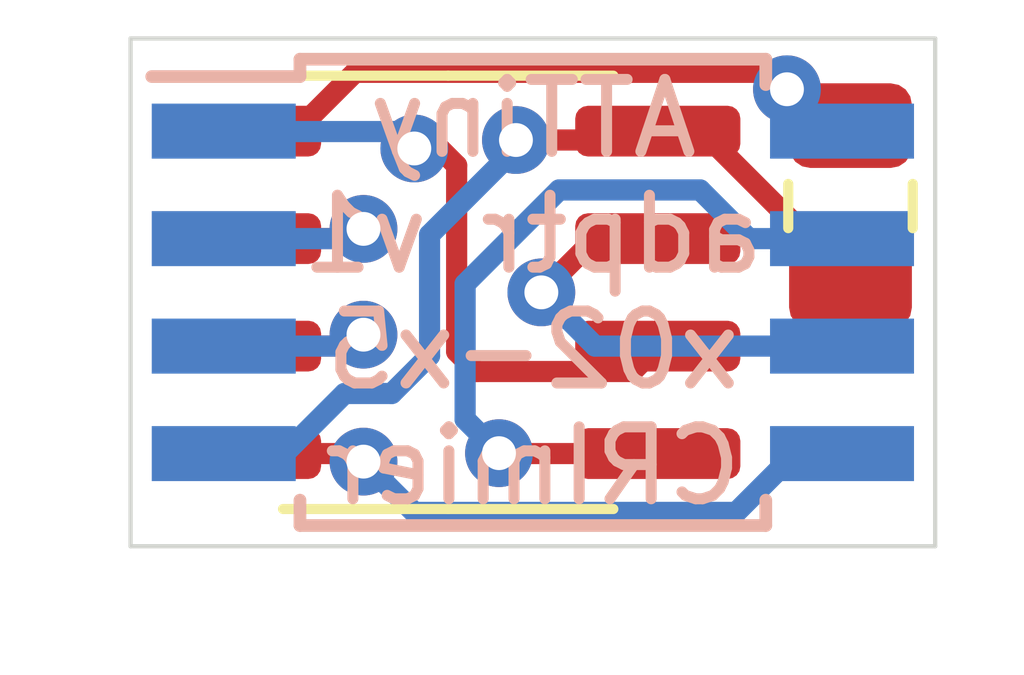
<source format=kicad_pcb>
(kicad_pcb (version 20171130) (host pcbnew 5.1.5+dfsg1-2build2)

  (general
    (thickness 1.6)
    (drawings 5)
    (tracks 63)
    (zones 0)
    (modules 3)
    (nets 9)
  )

  (page A4)
  (layers
    (0 F.Cu signal)
    (31 B.Cu signal)
    (32 B.Adhes user)
    (33 F.Adhes user)
    (34 B.Paste user)
    (35 F.Paste user)
    (36 B.SilkS user)
    (37 F.SilkS user)
    (38 B.Mask user)
    (39 F.Mask user)
    (40 Dwgs.User user)
    (41 Cmts.User user)
    (42 Eco1.User user)
    (43 Eco2.User user)
    (44 Edge.Cuts user)
    (45 Margin user)
    (46 B.CrtYd user)
    (47 F.CrtYd user)
    (48 B.Fab user)
    (49 F.Fab user)
  )

  (setup
    (last_trace_width 0.25)
    (user_trace_width 0.15)
    (trace_clearance 0.17)
    (zone_clearance 0.508)
    (zone_45_only no)
    (trace_min 0.15)
    (via_size 0.8)
    (via_drill 0.4)
    (via_min_size 0.4)
    (via_min_drill 0.3)
    (uvia_size 0.3)
    (uvia_drill 0.1)
    (uvias_allowed no)
    (uvia_min_size 0.2)
    (uvia_min_drill 0.1)
    (edge_width 0.05)
    (segment_width 0.2)
    (pcb_text_width 0.3)
    (pcb_text_size 1.5 1.5)
    (mod_edge_width 0.12)
    (mod_text_size 1 1)
    (mod_text_width 0.15)
    (pad_size 1.524 1.524)
    (pad_drill 0.762)
    (pad_to_mask_clearance 0.051)
    (solder_mask_min_width 0.25)
    (aux_axis_origin 154.75 97)
    (visible_elements FFFFFF7F)
    (pcbplotparams
      (layerselection 0x010fc_ffffffff)
      (usegerberextensions true)
      (usegerberattributes false)
      (usegerberadvancedattributes false)
      (creategerberjobfile false)
      (excludeedgelayer true)
      (linewidth 0.100000)
      (plotframeref false)
      (viasonmask false)
      (mode 1)
      (useauxorigin true)
      (hpglpennumber 1)
      (hpglpenspeed 20)
      (hpglpendiameter 15.000000)
      (psnegative false)
      (psa4output false)
      (plotreference false)
      (plotvalue false)
      (plotinvisibletext false)
      (padsonsilk false)
      (subtractmaskfromsilk true)
      (outputformat 1)
      (mirror false)
      (drillshape 0)
      (scaleselection 1)
      (outputdirectory "gerbers/"))
  )

  (net 0 "")
  (net 1 GND)
  (net 2 ~RESET)
  (net 3 VCC)
  (net 4 A0)
  (net 5 A1)
  (net 6 PWM)
  (net 7 SCL)
  (net 8 SDA)

  (net_class Default "This is the default net class."
    (clearance 0.17)
    (trace_width 0.25)
    (via_dia 0.8)
    (via_drill 0.4)
    (uvia_dia 0.3)
    (uvia_drill 0.1)
    (add_net A0)
    (add_net A1)
    (add_net GND)
    (add_net PWM)
    (add_net SCL)
    (add_net SDA)
    (add_net VCC)
    (add_net ~RESET)
  )

  (module Package_SO:SOIC-8_3.9x4.9mm_P1.27mm (layer F.Cu) (tedit 5D9F72B1) (tstamp 618B22A6)
    (at 149 100)
    (descr "SOIC, 8 Pin (JEDEC MS-012AA, https://www.analog.com/media/en/package-pcb-resources/package/pkg_pdf/soic_narrow-r/r_8.pdf), generated with kicad-footprint-generator ipc_gullwing_generator.py")
    (tags "SOIC SO")
    (path /618BB6C7)
    (attr smd)
    (fp_text reference U1 (at 0 -3.4) (layer F.SilkS) hide
      (effects (font (size 1 1) (thickness 0.15)))
    )
    (fp_text value ATtiny402-SS (at 0 3.4) (layer F.Fab)
      (effects (font (size 1 1) (thickness 0.15)))
    )
    (fp_text user %R (at 0 0) (layer F.Fab)
      (effects (font (size 0.98 0.98) (thickness 0.15)))
    )
    (fp_line (start 3.7 -2.7) (end -3.7 -2.7) (layer F.CrtYd) (width 0.05))
    (fp_line (start 3.7 2.7) (end 3.7 -2.7) (layer F.CrtYd) (width 0.05))
    (fp_line (start -3.7 2.7) (end 3.7 2.7) (layer F.CrtYd) (width 0.05))
    (fp_line (start -3.7 -2.7) (end -3.7 2.7) (layer F.CrtYd) (width 0.05))
    (fp_line (start -1.95 -1.475) (end -0.975 -2.45) (layer F.Fab) (width 0.1))
    (fp_line (start -1.95 2.45) (end -1.95 -1.475) (layer F.Fab) (width 0.1))
    (fp_line (start 1.95 2.45) (end -1.95 2.45) (layer F.Fab) (width 0.1))
    (fp_line (start 1.95 -2.45) (end 1.95 2.45) (layer F.Fab) (width 0.1))
    (fp_line (start -0.975 -2.45) (end 1.95 -2.45) (layer F.Fab) (width 0.1))
    (fp_line (start 0 -2.56) (end -3.45 -2.56) (layer F.SilkS) (width 0.12))
    (fp_line (start 0 -2.56) (end 1.95 -2.56) (layer F.SilkS) (width 0.12))
    (fp_line (start 0 2.56) (end -1.95 2.56) (layer F.SilkS) (width 0.12))
    (fp_line (start 0 2.56) (end 1.95 2.56) (layer F.SilkS) (width 0.12))
    (pad 8 smd roundrect (at 2.475 -1.905) (size 1.95 0.6) (layers F.Cu F.Paste F.Mask) (roundrect_rratio 0.25)
      (net 1 GND))
    (pad 7 smd roundrect (at 2.475 -0.635) (size 1.95 0.6) (layers F.Cu F.Paste F.Mask) (roundrect_rratio 0.25)
      (net 6 PWM))
    (pad 6 smd roundrect (at 2.475 0.635) (size 1.95 0.6) (layers F.Cu F.Paste F.Mask) (roundrect_rratio 0.25)
      (net 2 ~RESET))
    (pad 5 smd roundrect (at 2.475 1.905) (size 1.95 0.6) (layers F.Cu F.Paste F.Mask) (roundrect_rratio 0.25)
      (net 7 SCL))
    (pad 4 smd roundrect (at -2.475 1.905) (size 1.95 0.6) (layers F.Cu F.Paste F.Mask) (roundrect_rratio 0.25)
      (net 8 SDA))
    (pad 3 smd roundrect (at -2.475 0.635) (size 1.95 0.6) (layers F.Cu F.Paste F.Mask) (roundrect_rratio 0.25)
      (net 5 A1))
    (pad 2 smd roundrect (at -2.475 -0.635) (size 1.95 0.6) (layers F.Cu F.Paste F.Mask) (roundrect_rratio 0.25)
      (net 4 A0))
    (pad 1 smd roundrect (at -2.475 -1.905) (size 1.95 0.6) (layers F.Cu F.Paste F.Mask) (roundrect_rratio 0.25)
      (net 3 VCC))
    (model ${KISYS3DMOD}/Package_SO.3dshapes/SOIC-8_3.9x4.9mm_P1.27mm.wrl
      (at (xyz 0 0 0))
      (scale (xyz 1 1 1))
      (rotate (xyz 0 0 0))
    )
  )

  (module Capacitor_SMD:C_0805_2012Metric (layer F.Cu) (tedit 5F68FEEE) (tstamp 618A35F8)
    (at 153.75 98.98 270)
    (descr "Capacitor SMD 0805 (2012 Metric), square (rectangular) end terminal, IPC_7351 nominal, (Body size source: IPC-SM-782 page 76, https://www.pcb-3d.com/wordpress/wp-content/uploads/ipc-sm-782a_amendment_1_and_2.pdf, https://docs.google.com/spreadsheets/d/1BsfQQcO9C6DZCsRaXUlFlo91Tg2WpOkGARC1WS5S8t0/edit?usp=sharing), generated with kicad-footprint-generator")
    (tags capacitor)
    (path /618C9069)
    (attr smd)
    (fp_text reference C1 (at 0 -1.68 90) (layer F.SilkS) hide
      (effects (font (size 1 1) (thickness 0.15)))
    )
    (fp_text value 100nF (at 0 1.68 90) (layer F.Fab)
      (effects (font (size 1 1) (thickness 0.15)))
    )
    (fp_text user %R (at 0 0 90) (layer F.Fab)
      (effects (font (size 0.5 0.5) (thickness 0.08)))
    )
    (fp_line (start 1.7 0.98) (end -1.7 0.98) (layer F.CrtYd) (width 0.05))
    (fp_line (start 1.7 -0.98) (end 1.7 0.98) (layer F.CrtYd) (width 0.05))
    (fp_line (start -1.7 -0.98) (end 1.7 -0.98) (layer F.CrtYd) (width 0.05))
    (fp_line (start -1.7 0.98) (end -1.7 -0.98) (layer F.CrtYd) (width 0.05))
    (fp_line (start -0.261252 0.735) (end 0.261252 0.735) (layer F.SilkS) (width 0.12))
    (fp_line (start -0.261252 -0.735) (end 0.261252 -0.735) (layer F.SilkS) (width 0.12))
    (fp_line (start 1 0.625) (end -1 0.625) (layer F.Fab) (width 0.1))
    (fp_line (start 1 -0.625) (end 1 0.625) (layer F.Fab) (width 0.1))
    (fp_line (start -1 -0.625) (end 1 -0.625) (layer F.Fab) (width 0.1))
    (fp_line (start -1 0.625) (end -1 -0.625) (layer F.Fab) (width 0.1))
    (pad 2 smd roundrect (at 0.95 0 270) (size 1 1.45) (layers F.Cu F.Paste F.Mask) (roundrect_rratio 0.25)
      (net 1 GND))
    (pad 1 smd roundrect (at -0.95 0 270) (size 1 1.45) (layers F.Cu F.Paste F.Mask) (roundrect_rratio 0.25)
      (net 3 VCC))
    (model ${KISYS3DMOD}/Capacitor_SMD.3dshapes/C_0805_2012Metric.wrl
      (at (xyz 0 0 0))
      (scale (xyz 1 1 1))
      (rotate (xyz 0 0 0))
    )
  )

  (module attiny_x4-x5_adapter:SOIJ-8_5.3x5.3mm_P1.27mm_Flipped (layer F.Cu) (tedit 5A02F2D3) (tstamp 618A18AC)
    (at 150 100)
    (descr "8-Lead Plastic Small Outline (SM) - Medium, 5.28 mm Body [SOIC] (see Microchip Packaging Specification 00000049BS.pdf)")
    (tags "SOIC 1.27")
    (path /618AD33D)
    (attr smd)
    (fp_text reference U2 (at 0 -3.68) (layer B.SilkS) hide
      (effects (font (size 1 1) (thickness 0.15)))
    )
    (fp_text value ATtiny85-20SU (at 0 3.68) (layer B.Fab)
      (effects (font (size 1 1) (thickness 0.15)))
    )
    (fp_line (start -2.75 -2.55) (end -4.5 -2.55) (layer B.SilkS) (width 0.15))
    (fp_line (start -2.75 2.755) (end 2.75 2.755) (layer B.SilkS) (width 0.15))
    (fp_line (start -2.75 -2.755) (end 2.75 -2.755) (layer B.SilkS) (width 0.15))
    (fp_line (start -2.75 2.755) (end -2.75 2.455) (layer B.SilkS) (width 0.15))
    (fp_line (start 2.75 2.755) (end 2.75 2.455) (layer B.SilkS) (width 0.15))
    (fp_line (start 2.75 -2.755) (end 2.75 -2.455) (layer B.SilkS) (width 0.15))
    (fp_line (start -2.75 -2.755) (end -2.75 -2.55) (layer B.SilkS) (width 0.15))
    (fp_line (start -4.75 2.95) (end 4.75 2.95) (layer B.CrtYd) (width 0.05))
    (fp_line (start -4.75 -2.95) (end 4.75 -2.95) (layer B.CrtYd) (width 0.05))
    (fp_line (start 4.75 -2.95) (end 4.75 2.95) (layer B.CrtYd) (width 0.05))
    (fp_line (start -4.75 -2.95) (end -4.75 2.95) (layer B.CrtYd) (width 0.05))
    (fp_line (start -2.65 -1.65) (end -1.65 -2.65) (layer B.Fab) (width 0.15))
    (fp_line (start -2.65 2.65) (end -2.65 -1.65) (layer B.Fab) (width 0.15))
    (fp_line (start 2.65 2.65) (end -2.65 2.65) (layer B.Fab) (width 0.15))
    (fp_line (start 2.65 -2.65) (end 2.65 2.65) (layer B.Fab) (width 0.15))
    (fp_line (start -1.65 -2.65) (end 2.65 -2.65) (layer B.Fab) (width 0.15))
    (fp_text user %R (at 0 0) (layer B.Fab)
      (effects (font (size 1 1) (thickness 0.15)))
    )
    (pad 8 smd rect (at 3.65 -1.905) (size 1.7 0.65) (layers B.Cu B.Paste B.Mask)
      (net 3 VCC))
    (pad 7 smd rect (at 3.65 -0.635) (size 1.7 0.65) (layers B.Cu B.Paste B.Mask)
      (net 7 SCL))
    (pad 6 smd rect (at 3.65 0.635) (size 1.7 0.65) (layers B.Cu B.Paste B.Mask)
      (net 6 PWM))
    (pad 5 smd rect (at 3.65 1.905) (size 1.7 0.65) (layers B.Cu B.Paste B.Mask)
      (net 8 SDA))
    (pad 4 smd rect (at -3.65 1.905) (size 1.7 0.65) (layers B.Cu B.Paste B.Mask)
      (net 1 GND))
    (pad 3 smd rect (at -3.65 0.635) (size 1.7 0.65) (layers B.Cu B.Paste B.Mask)
      (net 5 A1))
    (pad 2 smd rect (at -3.65 -0.635) (size 1.7 0.65) (layers B.Cu B.Paste B.Mask)
      (net 4 A0))
    (pad 1 smd rect (at -3.65 -1.905) (size 1.7 0.65) (layers B.Cu B.Paste B.Mask)
      (net 2 ~RESET))
  )

  (gr_text "ATTiny\nadptr v1\nx02-x5\nCRImier" (at 150 100) (layer B.SilkS)
    (effects (font (size 0.85 0.85) (thickness 0.13)) (justify mirror))
  )
  (gr_line (start 154.75 97) (end 145.25 97) (layer Edge.Cuts) (width 0.05) (tstamp 618A2F2B))
  (gr_line (start 154.75 103) (end 154.75 97) (layer Edge.Cuts) (width 0.05))
  (gr_line (start 145.25 103) (end 154.75 103) (layer Edge.Cuts) (width 0.05))
  (gr_line (start 145.25 97) (end 145.25 103) (layer Edge.Cuts) (width 0.05))

  (segment (start 151.995 98.095) (end 151.475 98.095) (width 0.25) (layer F.Cu) (net 1))
  (segment (start 153.75 99.85) (end 151.995 98.095) (width 0.25) (layer F.Cu) (net 1))
  (segment (start 153.75 99.93) (end 153.75 99.85) (width 0.25) (layer F.Cu) (net 1))
  (segment (start 148.333601 101.195001) (end 148.779985 100.748617) (width 0.25) (layer B.Cu) (net 1))
  (segment (start 147.776397 101.195001) (end 148.333601 101.195001) (width 0.25) (layer B.Cu) (net 1))
  (segment (start 147.066398 101.905) (end 147.776397 101.195001) (width 0.25) (layer B.Cu) (net 1))
  (segment (start 146.35 101.905) (end 147.066398 101.905) (width 0.25) (layer B.Cu) (net 1))
  (segment (start 148.779985 100.748617) (end 148.779985 99.320015) (width 0.25) (layer B.Cu) (net 1))
  (via (at 149.8 98.2) (size 0.8) (drill 0.4) (layers F.Cu B.Cu) (net 1))
  (segment (start 149.8 98.3) (end 149.8 98.2) (width 0.25) (layer B.Cu) (net 1))
  (segment (start 148.779985 99.320015) (end 149.8 98.3) (width 0.25) (layer B.Cu) (net 1))
  (segment (start 151.37 98.2) (end 151.475 98.095) (width 0.25) (layer F.Cu) (net 1))
  (segment (start 149.8 98.2) (end 151.37 98.2) (width 0.25) (layer F.Cu) (net 1))
  (segment (start 151.175 100.935) (end 149.335 100.935) (width 0.25) (layer F.Cu) (net 2))
  (segment (start 151.475 100.635) (end 151.175 100.935) (width 0.25) (layer F.Cu) (net 2))
  (segment (start 149.335 100.935) (end 149.1 100.7) (width 0.25) (layer F.Cu) (net 2))
  (segment (start 149.1 100.7) (end 149.1 98.5) (width 0.25) (layer F.Cu) (net 2))
  (via (at 148.6 98.3) (size 0.8) (drill 0.4) (layers F.Cu B.Cu) (net 2))
  (segment (start 148.9 98.3) (end 148.6 98.3) (width 0.25) (layer F.Cu) (net 2))
  (segment (start 149.1 98.5) (end 148.9 98.3) (width 0.25) (layer F.Cu) (net 2))
  (segment (start 146.355 98.1) (end 146.35 98.095) (width 0.25) (layer B.Cu) (net 2))
  (segment (start 148.4 98.1) (end 146.355 98.1) (width 0.25) (layer B.Cu) (net 2))
  (segment (start 148.6 98.3) (end 148.4 98.1) (width 0.25) (layer B.Cu) (net 2))
  (segment (start 146.525 98.095) (end 147.205 98.095) (width 0.25) (layer F.Cu) (net 3))
  (segment (start 147.205 98.095) (end 147.9 97.4) (width 0.25) (layer F.Cu) (net 3))
  (segment (start 147.9 97.4) (end 152.8 97.4) (width 0.25) (layer F.Cu) (net 3))
  (segment (start 153.43 98.03) (end 153.75 98.03) (width 0.25) (layer F.Cu) (net 3))
  (segment (start 153.65 98.095) (end 153.495 98.095) (width 0.25) (layer B.Cu) (net 3))
  (segment (start 153.495 98.095) (end 153 97.6) (width 0.25) (layer B.Cu) (net 3))
  (segment (start 153 97.6) (end 153.43 98.03) (width 0.25) (layer F.Cu) (net 3))
  (via (at 153 97.6) (size 0.8) (drill 0.4) (layers F.Cu B.Cu) (net 3))
  (segment (start 152.8 97.4) (end 153 97.6) (width 0.25) (layer F.Cu) (net 3))
  (via (at 148 99.25) (size 0.8) (drill 0.4) (layers F.Cu B.Cu) (net 4))
  (segment (start 147.885 99.365) (end 148 99.25) (width 0.25) (layer B.Cu) (net 4))
  (segment (start 146.35 99.365) (end 147.885 99.365) (width 0.25) (layer B.Cu) (net 4))
  (segment (start 147.885 99.365) (end 146.525 99.365) (width 0.25) (layer F.Cu) (net 4))
  (segment (start 148 99.25) (end 147.885 99.365) (width 0.25) (layer F.Cu) (net 4))
  (segment (start 147.865 100.635) (end 148 100.5) (width 0.25) (layer F.Cu) (net 5))
  (via (at 148 100.5) (size 0.8) (drill 0.4) (layers F.Cu B.Cu) (net 5))
  (segment (start 146.525 100.635) (end 147.865 100.635) (width 0.25) (layer F.Cu) (net 5))
  (segment (start 147.865 100.635) (end 146.35 100.635) (width 0.25) (layer B.Cu) (net 5))
  (segment (start 148 100.5) (end 147.865 100.635) (width 0.25) (layer B.Cu) (net 5))
  (segment (start 150.735 99.365) (end 150.1 100) (width 0.25) (layer F.Cu) (net 6))
  (via (at 150.1 100) (size 0.8) (drill 0.4) (layers F.Cu B.Cu) (net 6))
  (segment (start 151.475 99.365) (end 150.735 99.365) (width 0.25) (layer F.Cu) (net 6))
  (segment (start 150.735 100.635) (end 153.65 100.635) (width 0.25) (layer B.Cu) (net 6))
  (segment (start 150.1 100) (end 150.735 100.635) (width 0.25) (layer B.Cu) (net 6))
  (via (at 149.599994 101.9) (size 0.8) (drill 0.4) (layers F.Cu B.Cu) (net 7))
  (segment (start 152.55 99.365) (end 151.975 98.79) (width 0.25) (layer B.Cu) (net 7))
  (segment (start 149.604994 101.905) (end 149.599994 101.9) (width 0.25) (layer F.Cu) (net 7))
  (segment (start 151.475 101.905) (end 149.604994 101.905) (width 0.25) (layer F.Cu) (net 7))
  (segment (start 153.65 99.365) (end 152.55 99.365) (width 0.25) (layer B.Cu) (net 7))
  (segment (start 151.975 98.79) (end 150.31 98.79) (width 0.25) (layer B.Cu) (net 7))
  (segment (start 150.31 98.79) (end 149.199995 99.900005) (width 0.25) (layer B.Cu) (net 7))
  (segment (start 149.199995 99.900005) (end 149.199995 101.500001) (width 0.25) (layer B.Cu) (net 7))
  (segment (start 149.199995 101.500001) (end 149.599994 101.9) (width 0.25) (layer B.Cu) (net 7))
  (via (at 148 102) (size 0.8) (drill 0.4) (layers F.Cu B.Cu) (net 8))
  (segment (start 147.905 101.905) (end 148 102) (width 0.25) (layer F.Cu) (net 8))
  (segment (start 146.525 101.905) (end 147.905 101.905) (width 0.25) (layer F.Cu) (net 8))
  (segment (start 153.095 101.905) (end 153.65 101.905) (width 0.25) (layer B.Cu) (net 8))
  (segment (start 152.4 102.6) (end 153.095 101.905) (width 0.25) (layer B.Cu) (net 8))
  (segment (start 148.6 102.6) (end 152.4 102.6) (width 0.25) (layer B.Cu) (net 8))
  (segment (start 148 102) (end 148.6 102.6) (width 0.25) (layer B.Cu) (net 8))

)

</source>
